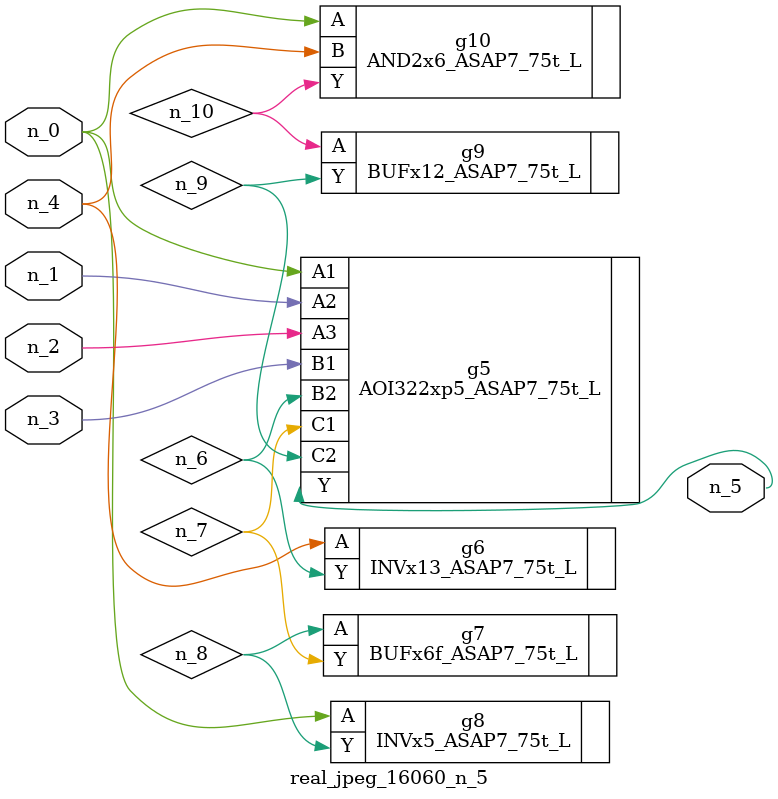
<source format=v>
module real_jpeg_16060_n_5 (n_4, n_0, n_1, n_2, n_3, n_5);

input n_4;
input n_0;
input n_1;
input n_2;
input n_3;

output n_5;

wire n_8;
wire n_6;
wire n_7;
wire n_10;
wire n_9;

AOI322xp5_ASAP7_75t_L g5 ( 
.A1(n_0),
.A2(n_1),
.A3(n_2),
.B1(n_3),
.B2(n_6),
.C1(n_7),
.C2(n_9),
.Y(n_5)
);

INVx5_ASAP7_75t_L g8 ( 
.A(n_0),
.Y(n_8)
);

AND2x6_ASAP7_75t_L g10 ( 
.A(n_0),
.B(n_4),
.Y(n_10)
);

INVx13_ASAP7_75t_L g6 ( 
.A(n_4),
.Y(n_6)
);

BUFx6f_ASAP7_75t_L g7 ( 
.A(n_8),
.Y(n_7)
);

BUFx12_ASAP7_75t_L g9 ( 
.A(n_10),
.Y(n_9)
);


endmodule
</source>
